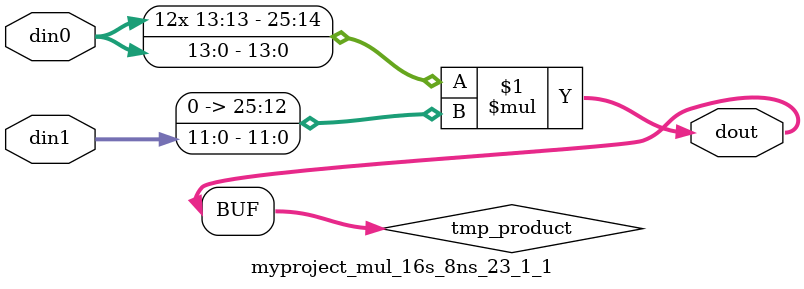
<source format=v>

`timescale 1 ns / 1 ps

  module myproject_mul_16s_8ns_23_1_1(din0, din1, dout);
parameter ID = 1;
parameter NUM_STAGE = 0;
parameter din0_WIDTH = 14;
parameter din1_WIDTH = 12;
parameter dout_WIDTH = 26;

input [din0_WIDTH - 1 : 0] din0; 
input [din1_WIDTH - 1 : 0] din1; 
output [dout_WIDTH - 1 : 0] dout;

wire signed [dout_WIDTH - 1 : 0] tmp_product;












assign tmp_product = $signed(din0) * $signed({1'b0, din1});









assign dout = tmp_product;







endmodule

</source>
